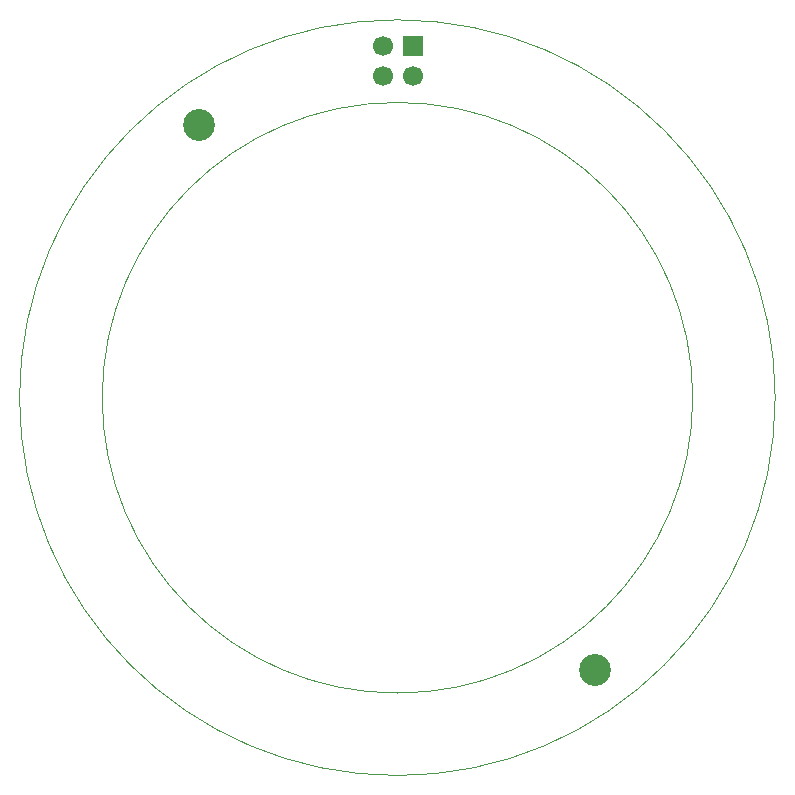
<source format=gbr>
%TF.GenerationSoftware,KiCad,Pcbnew,9.0.5*%
%TF.CreationDate,2025-12-07T22:18:13-05:00*%
%TF.ProjectId,LED_PCB,4c45445f-5043-4422-9e6b-696361645f70,rev?*%
%TF.SameCoordinates,Original*%
%TF.FileFunction,Soldermask,Bot*%
%TF.FilePolarity,Negative*%
%FSLAX46Y46*%
G04 Gerber Fmt 4.6, Leading zero omitted, Abs format (unit mm)*
G04 Created by KiCad (PCBNEW 9.0.5) date 2025-12-07 22:18:13*
%MOMM*%
%LPD*%
G01*
G04 APERTURE LIST*
%ADD10C,2.700000*%
%ADD11R,1.700000X1.700000*%
%ADD12C,1.700000*%
%TA.AperFunction,Profile*%
%ADD13C,0.100000*%
%TD*%
G04 APERTURE END LIST*
D10*
%TO.C,REF\u002A\u002A*%
X123238120Y-76943016D03*
%TD*%
%TO.C,REF\u002A\u002A*%
X156741880Y-123056984D03*
%TD*%
D11*
%TO.C,J1*%
X141280000Y-70250000D03*
D12*
X141280000Y-72790000D03*
X138740000Y-70250000D03*
X138740000Y-72790000D03*
%TD*%
D13*
X171980000Y-99990000D02*
G75*
G02*
X108000000Y-99990000I-31990000J0D01*
G01*
X108000000Y-99990000D02*
G75*
G02*
X171980000Y-99990000I31990000J0D01*
G01*
X165000002Y-100000000D02*
G75*
G02*
X114999998Y-100000000I-25000002J0D01*
G01*
X114999998Y-100000000D02*
G75*
G02*
X165000002Y-100000000I25000002J0D01*
G01*
M02*

</source>
